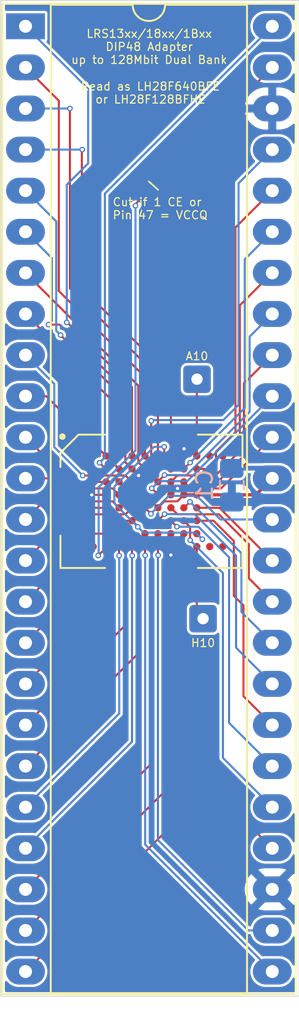
<source format=kicad_pcb>
(kicad_pcb (version 20240108) (generator "pcbnew") (generator_version "8.0")
  (layers (0 "F.Cu" signal) (31 "B.Cu" signal) (34 "B.Paste" user) (35 "F.Paste" user) (36 "B.SilkS" user "B.Silkscreen") (37 "F.SilkS" user "F.Silkscreen") (38 "B.Mask" user) (39 "F.Mask" user) (44 "Edge.Cuts" user))
  (net 0 "")
  (net 1 "/A14")
  (net 2 "/A18")
  (net 3 "/A6")
  (net 4 "Net-(J2-Pin_1)")
  (net 5 "/DQ11")
  (net 6 "/DQ1")
  (net 9 "VPP")
  (net 10 "/DQ4")
  (net 11 "/DQ13")
  (net 12 "/DQ12")
  (net 14 "VCC")
  (net 15 "GND")
  (net 16 "/A16")
  (net 17 "/DQ5")
  (net 18 "/A3")
  (net 19 "/A0")
  (net 20 "/DQ2")
  (net 21 "/DQ8")
  (net 22 "/A8")
  (net 23 "/A5")
  (net 24 "/DQ6")
  (net 25 "/A13")
  (net 26 "/A15")
  (net 27 "/DQ9")
  (net 28 "/DQ10")
  (net 29 "/A2")
  (net 30 "/A19")
  (net 31 "/A11")
  (net 32 "/A4")
  (net 33 "/A12")
  (net 34 "/A7")
  (net 35 "/A21")
  (net 36 "/A9")
  (net 37 "/DQ3")
  (net 38 "/DQ15")
  (net 39 "/DQ7")
  (net 40 "/A17")
  (net 41 "/A20")
  (net 42 "/A10")
  (net 43 "/DQ14")
  (net 44 "/A1")
  (net 45 "/DQ0")
  (net 47 "Net-(J3-Pin_1)")
  (net 48 "/RST")
  (net 49 "/WP")
  (net 50 "/WE")
  (net 51 "/OE")
  (net 52 "/CE1")
  (net 53 "/CE2")
  (footprint "Connector_Wire:SolderWire-0.127sqmm_1x01_D0.48mm_OD1mm" (layer "F.Cu") (at 132.175 104.2)
    (property "Reference" "J3" (hide yes))
    (property "Value" "H10" (at 0 1.5 0) (layer "F.SilkS") (effects (font (size 0.5 0.5) (thickness 0.075))))
    (pad "1" thru_hole roundrect (at 0 0) (size 1.7 1.7) (drill 0.7) (layers "*.Cu" "*.Mask") (roundrect_rratio 0.147059) (net 47 "Net-(J3-Pin_1)"))
  )
  (footprint "Package_DIP:DIP-48_W15.24mm_Socket_LongPads" (layer "F.Cu") (at 121.2088 67.5894)
    (property "Reference" "J1" (hide yes))
    (property "Value" "TSOP48")
    (fp_line (start -1.44 -1.39) (end -1.44 59.81) (stroke (width 0.12)) (layer "F.SilkS"))
    (fp_line (start -1.44 59.81) (end 16.68 59.81) (stroke (width 0.12)) (layer "F.SilkS"))
    (fp_line (start 1.56 -1.33) (end 1.56 59.75) (stroke (width 0.12)) (layer "F.SilkS"))
    (fp_line (start 1.56 59.75) (end 13.68 59.75) (stroke (width 0.12)) (layer "F.SilkS"))
    (fp_line (start 6.62 -1.33) (end 1.56 -1.33) (stroke (width 0.12)) (layer "F.SilkS"))
    (fp_line (start 13.68 -1.33) (end 8.62 -1.33) (stroke (width 0.12)) (layer "F.SilkS"))
    (fp_line (start 13.68 59.75) (end 13.68 -1.33) (stroke (width 0.12)) (layer "F.SilkS"))
    (fp_line (start 16.68 -1.39) (end -1.44 -1.39) (stroke (width 0.12)) (layer "F.SilkS"))
    (fp_line (start 16.68 59.81) (end 16.68 -1.39) (stroke (width 0.12)) (layer "F.SilkS"))
    (fp_arc (start 8.62 -1.33) (mid 7.62 -0.33) (end 6.62 -1.33) (stroke (width 0.12)) (layer "F.SilkS"))
    (pad "1" thru_hole rect (at 0 0) (size 2.4 1.6) (drill 0.8) (layers "*.Cu" "*.Mask") (net 26 "/A15"))
    (pad "2" thru_hole oval (at 0 2.54) (size 2.4 1.6) (drill 0.8) (layers "*.Cu" "*.Mask") (net 1 "/A14"))
    (pad "3" thru_hole oval (at 0 5.08) (size 2.4 1.6) (drill 0.8) (layers "*.Cu" "*.Mask") (net 25 "/A13"))
    (pad "4" thru_hole oval (at 0 7.62) (size 2.4 1.6) (drill 0.8) (layers "*.Cu" "*.Mask") (net 33 "/A12"))
    (pad "5" thru_hole oval (at 0 10.16) (size 2.4 1.6) (drill 0.8) (layers "*.Cu" "*.Mask") (net 31 "/A11"))
    (pad "6" thru_hole oval (at 0 12.7) (size 2.4 1.6) (drill 0.8) (layers "*.Cu" "*.Mask") (net 42 "/A10"))
    (pad "7" thru_hole oval (at 0 15.24) (size 2.4 1.6) (drill 0.8) (layers "*.Cu" "*.Mask") (net 36 "/A9"))
    (pad "8" thru_hole oval (at 0 17.78) (size 2.4 1.6) (drill 0.8) (layers "*.Cu" "*.Mask") (net 22 "/A8"))
    (pad "9" thru_hole oval (at 0 20.32) (size 2.4 1.6) (drill 0.8) (layers "*.Cu" "*.Mask") (net 35 "/A21"))
    (pad "10" thru_hole oval (at 0 22.86) (size 2.4 1.6) (drill 0.8) (layers "*.Cu" "*.Mask") (net 41 "/A20"))
    (pad "11" thru_hole oval (at 0 25.4) (size 2.4 1.6) (drill 0.8) (layers "*.Cu" "*.Mask") (net 50 "/WE"))
    (pad "12" thru_hole oval (at 0 27.94) (size 2.4 1.6) (drill 0.8) (layers "*.Cu" "*.Mask") (net 48 "/RST"))
    (pad "13" thru_hole oval (at 0 30.48) (size 2.4 1.6) (drill 0.8) (layers "*.Cu" "*.Mask") (net 9 "VPP"))
    (pad "14" thru_hole oval (at 0 33.02) (size 2.4 1.6) (drill 0.8) (layers "*.Cu" "*.Mask") (net 49 "/WP"))
    (pad "15" thru_hole oval (at 0 35.56) (size 2.4 1.6) (drill 0.8) (layers "*.Cu" "*.Mask") (net 30 "/A19"))
    (pad "16" thru_hole oval (at 0 38.1) (size 2.4 1.6) (drill 0.8) (layers "*.Cu" "*.Mask") (net 2 "/A18"))
    (pad "17" thru_hole oval (at 0 40.64) (size 2.4 1.6) (drill 0.8) (layers "*.Cu" "*.Mask") (net 40 "/A17"))
    (pad "18" thru_hole oval (at 0 43.18) (size 2.4 1.6) (drill 0.8) (layers "*.Cu" "*.Mask") (net 34 "/A7"))
    (pad "19" thru_hole oval (at 0 45.72) (size 2.4 1.6) (drill 0.8) (layers "*.Cu" "*.Mask") (net 3 "/A6"))
    (pad "20" thru_hole oval (at 0 48.26) (size 2.4 1.6) (drill 0.8) (layers "*.Cu" "*.Mask") (net 23 "/A5"))
    (pad "21" thru_hole oval (at 0 50.8) (size 2.4 1.6) (drill 0.8) (layers "*.Cu" "*.Mask") (net 32 "/A4"))
    (pad "22" thru_hole oval (at 0 53.34) (size 2.4 1.6) (drill 0.8) (layers "*.Cu" "*.Mask") (net 18 "/A3"))
    (pad "23" thru_hole oval (at 0 55.88) (size 2.4 1.6) (drill 0.8) (layers "*.Cu" "*.Mask") (net 29 "/A2"))
    (pad "24" thru_hole oval (at 0 58.42) (size 2.4 1.6) (drill 0.8) (layers "*.Cu" "*.Mask") (net 44 "/A1"))
    (pad "25" thru_hole oval (at 15.24 58.42) (size 2.4 1.6) (drill 0.8) (layers "*.Cu" "*.Mask") (net 19 "/A0"))
    (pad "26" thru_hole oval (at 15.24 55.88) (size 2.4 1.6) (drill 0.8) (layers "*.Cu" "*.Mask") (net 52 "/CE1"))
    (pad "27" thru_hole oval (at 15.24 53.34) (size 2.4 1.6) (drill 0.8) (layers "*.Cu" "*.Mask") (net 15 "GND"))
    (pad "28" thru_hole oval (at 15.24 50.8) (size 2.4 1.6) (drill 0.8) (layers "*.Cu" "*.Mask") (net 51 "/OE"))
    (pad "29" thru_hole oval (at 15.24 48.26) (size 2.4 1.6) (drill 0.8) (layers "*.Cu" "*.Mask") (net 45 "/DQ0"))
    (pad "30" thru_hole oval (at 15.24 45.72) (size 2.4 1.6) (drill 0.8) (layers "*.Cu" "*.Mask") (net 21 "/DQ8"))
    (pad "31" thru_hole oval (at 15.24 43.18) (size 2.4 1.6) (drill 0.8) (layers "*.Cu" "*.Mask") (net 6 "/DQ1"))
    (pad "32" thru_hole oval (at 15.24 40.64) (size 2.4 1.6) (drill 0.8) (layers "*.Cu" "*.Mask") (net 27 "/DQ9"))
    (pad "33" thru_hole oval (at 15.24 38.1) (size 2.4 1.6) (drill 0.8) (layers "*.Cu" "*.Mask") (net 20 "/DQ2"))
    (pad "34" thru_hole oval (at 15.24 35.56) (size 2.4 1.6) (drill 0.8) (layers "*.Cu" "*.Mask") (net 28 "/DQ10"))
    (pad "35" thru_hole oval (at 15.24 33.02) (size 2.4 1.6) (drill 0.8) (layers "*.Cu" "*.Mask") (net 37 "/DQ3"))
    (pad "36" thru_hole oval (at 15.24 30.48) (size 2.4 1.6) (drill 0.8) (layers "*.Cu" "*.Mask") (net 5 "/DQ11"))
    (pad "37" thru_hole oval (at 15.24 27.94) (size 2.4 1.6) (drill 0.8) (layers "*.Cu" "*.Mask") (net 14 "VCC"))
    (pad "38" thru_hole oval (at 15.24 25.4) (size 2.4 1.6) (drill 0.8) (layers "*.Cu" "*.Mask") (net 10 "/DQ4"))
    (pad "39" thru_hole oval (at 15.24 22.86) (size 2.4 1.6) (drill 0.8) (layers "*.Cu" "*.Mask") (net 12 "/DQ12"))
    (pad "40" thru_hole oval (at 15.24 20.32) (size 2.4 1.6) (drill 0.8) (layers "*.Cu" "*.Mask") (net 17 "/DQ5"))
    (pad "41" thru_hole oval (at 15.24 17.78) (size 2.4 1.6) (drill 0.8) (layers "*.Cu" "*.Mask") (net 11 "/DQ13"))
    (pad "42" thru_hole oval (at 15.24 15.24) (size 2.4 1.6) (drill 0.8) (layers "*.Cu" "*.Mask") (net 24 "/DQ6"))
    (pad "43" thru_hole oval (at 15.24 12.7) (size 2.4 1.6) (drill 0.8) (layers "*.Cu" "*.Mask") (net 43 "/DQ14"))
    (pad "44" thru_hole oval (at 15.24 10.16) (size 2.4 1.6) (drill 0.8) (layers "*.Cu" "*.Mask") (net 39 "/DQ7"))
    (pad "45" thru_hole oval (at 15.24 7.62) (size 2.4 1.6) (drill 0.8) (layers "*.Cu" "*.Mask") (net 38 "/DQ15"))
    (pad "46" thru_hole oval (at 15.24 5.08) (size 2.4 1.6) (drill 0.8) (layers "*.Cu" "*.Mask") (net 15 "GND"))
    (pad "47" thru_hole oval (at 15.24 2.54) (size 2.4 1.6) (drill 0.8) (layers "*.Cu" "*.Mask") (net 53 "/CE2"))
    (pad "48" thru_hole oval (at 15.24 0) (size 2.4 1.6) (drill 0.8) (layers "*.Cu" "*.Mask") (net 16 "/A16"))
  )
  (footprint "Connector_Wire:SolderWire-0.127sqmm_1x01_D0.48mm_OD1mm" (layer "F.Cu") (at 131.8 89.4)
    (property "Reference" "J2" (hide yes))
    (property "Value" "A10" (at 0 -1.425 0) (layer "F.SilkS") (effects (font (size 0.5 0.5) (thickness 0.075))))
    (pad "1" thru_hole roundrect (at 0 0) (size 1.7 1.7) (drill 0.7) (layers "*.Cu" "*.Mask") (roundrect_rratio 0.147059) (net 4 "Net-(J2-Pin_1)"))
  )
  (footprint "RMW_SMT:LCSP072" (layer "F.Cu") (at 128.987 96.9458)
    (property "Reference" "U1" (hide yes))
    (property "Value" "LRS13xx, LRS18xx, LRS1Bxx" (hide yes))
    (fp_line (start -5.62 -3) (end -5.62 -2.12) (stroke (width 0.12)) (layer "F.SilkS"))
    (fp_line (start -5.62 4.12) (end -5.62 2.12) (stroke (width 0.12)) (layer "F.SilkS"))
    (fp_line (start -4.5 -4.12) (end -5.62 -3) (stroke (width 0.12)) (layer "F.SilkS"))
    (fp_line (start -2.87 -4.12) (end -4.5 -4.12) (stroke (width 0.12)) (layer "F.SilkS"))
    (fp_line (start -2.87 4.12) (end -5.62 4.12) (stroke (width 0.12)) (layer "F.SilkS"))
    (fp_line (start 2.87 -4.12) (end 5.62 -4.12) (stroke (width 0.12)) (layer "F.SilkS"))
    (fp_line (start 2.87 4.12) (end 5.62 4.12) (stroke (width 0.12)) (layer "F.SilkS"))
    (fp_line (start 5.62 -4.12) (end 5.62 -2.12) (stroke (width 0.12)) (layer "F.SilkS"))
    (fp_line (start 5.62 4.12) (end 5.62 2.12) (stroke (width 0.12)) (layer "F.SilkS"))
    (fp_circle (center -5.5 -4) (end -5.5 -3.9) (stroke (width 0.2)) (fill none) (layer "F.SilkS"))
    (pad "A1" smd circle (at -4.4 -2.8) (size 0.45 0.45) (layers "F.Cu" "F.Paste" "F.Mask"))
    (pad "A2" smd circle (at -3.6 -2.8) (size 0.45 0.45) (layers "F.Cu" "F.Paste" "F.Mask"))
    (pad "A3" smd circle (at -2.8 -2.8) (size 0.45 0.45) (layers "F.Cu" "F.Paste" "F.Mask") (net 41 "/A20"))
    (pad "A4" smd circle (at -2 -2.8) (size 0.45 0.45) (layers "F.Cu" "F.Paste" "F.Mask") (net 31 "/A11"))
    (pad "A5" smd circle (at -1.2 -2.8) (size 0.45 0.45) (layers "F.Cu" "F.Paste" "F.Mask") (net 26 "/A15"))
    (pad "A6" smd circle (at -0.4 -2.8) (size 0.45 0.45) (layers "F.Cu" "F.Paste" "F.Mask") (net 1 "/A14"))
    (pad "A7" smd circle (at 0.4 -2.8) (size 0.45 0.45) (layers "F.Cu" "F.Paste" "F.Mask") (net 25 "/A13"))
    (pad "A8" smd circle (at 1.2 -2.8) (size 0.45 0.45) (layers "F.Cu" "F.Paste" "F.Mask") (net 33 "/A12"))
    (pad "A9" smd circle (at 2 -2.8) (size 0.45 0.45) (layers "F.Cu" "F.Paste" "F.Mask") (net 15 "GND"))
    (pad "A10" smd circle (at 2.8 -2.8) (size 0.45 0.45) (layers "F.Cu" "F.Paste" "F.Mask") (net 4 "Net-(J2-Pin_1)"))
    (pad "A11" smd circle (at 3.6 -2.8) (size 0.45 0.45) (layers "F.Cu" "F.Paste" "F.Mask"))
    (pad "A12" smd circle (at 4.4 -2.8) (size 0.45 0.45) (layers "F.Cu" "F.Paste" "F.Mask"))
    (pad "B3" smd circle (at -2.8 -2) (size 0.45 0.45) (layers "F.Cu" "F.Paste" "F.Mask") (net 16 "/A16"))
    (pad "B4" smd circle (at -2 -2) (size 0.45 0.45) (layers "F.Cu" "F.Paste" "F.Mask") (net 22 "/A8"))
    (pad "B5" smd circle (at -1.2 -2) (size 0.45 0.45) (layers "F.Cu" "F.Paste" "F.Mask") (net 42 "/A10"))
    (pad "B6" smd circle (at -0.4 -2) (size 0.45 0.45) (layers "F.Cu" "F.Paste" "F.Mask") (net 36 "/A9"))
    (pad "B7" smd circle (at 0.4 -2) (size 0.45 0.45) (layers "F.Cu" "F.Paste" "F.Mask") (net 38 "/DQ15"))
    (pad "B8" smd circle (at 1.2 -2) (size 0.45 0.45) (layers "F.Cu" "F.Paste" "F.Mask") (net 14 "VCC"))
    (pad "B9" smd circle (at 2 -2) (size 0.45 0.45) (layers "F.Cu" "F.Paste" "F.Mask") (net 43 "/DQ14"))
    (pad "B10" smd circle (at 2.8 -2) (size 0.45 0.45) (layers "F.Cu" "F.Paste" "F.Mask") (net 39 "/DQ7"))
    (pad "C3" smd circle (at -2.8 -1.2) (size 0.45 0.45) (layers "F.Cu" "F.Paste" "F.Mask") (net 50 "/WE"))
    (pad "C4" smd circle (at -2 -1.2) (size 0.45 0.45) (layers "F.Cu" "F.Paste" "F.Mask"))
    (pad "C5" smd circle (at -1.2 -1.2) (size 0.45 0.45) (layers "F.Cu" "F.Paste" "F.Mask") (net 35 "/A21"))
    (pad "C6" smd circle (at -0.4 -1.2) (size 0.45 0.45) (layers "F.Cu" "F.Paste" "F.Mask") (net 15 "GND"))
    (pad "C7" smd circle (at 0.4 -1.2) (size 0.45 0.45) (layers "F.Cu" "F.Paste" "F.Mask") (net 11 "/DQ13"))
    (pad "C8" smd circle (at 1.2 -1.2) (size 0.45 0.45) (layers "F.Cu" "F.Paste" "F.Mask") (net 24 "/DQ6"))
    (pad "C9" smd circle (at 2 -1.2) (size 0.45 0.45) (layers "F.Cu" "F.Paste" "F.Mask") (net 10 "/DQ4"))
    (pad "C10" smd circle (at 2.8 -1.2) (size 0.45 0.45) (layers "F.Cu" "F.Paste" "F.Mask") (net 17 "/DQ5"))
    (pad "D3" smd circle (at -2.8 -0.4) (size 0.45 0.45) (layers "F.Cu" "F.Paste" "F.Mask") (net 15 "GND"))
    (pad "D4" smd circle (at -2 -0.4) (size 0.45 0.45) (layers "F.Cu" "F.Paste" "F.Mask") (net 48 "/RST"))
    (pad "D5" smd circle (at -1.2 -0.4) (size 0.45 0.45) (layers "F.Cu" "F.Paste" "F.Mask"))
    (pad "D6" smd circle (at -0.4 -0.4) (size 0.45 0.45) (layers "F.Cu" "F.Paste" "F.Mask"))
    (pad "D7" smd circle (at 0.4 -0.4) (size 0.45 0.45) (layers "F.Cu" "F.Paste" "F.Mask") (net 12 "/DQ12"))
    (pad "D8" smd circle (at 1.2 -0.4) (size 0.45 0.45) (layers "F.Cu" "F.Paste" "F.Mask") (net 15 "GND"))
    (pad "D9" smd circle (at 2 -0.4) (size 0.45 0.45) (layers "F.Cu" "F.Paste" "F.Mask") (net 14 "VCC"))
    (pad "D10" smd circle (at 2.8 -0.4) (size 0.45 0.45) (layers "F.Cu" "F.Paste" "F.Mask") (net 14 "VCC"))
    (pad "E3" smd circle (at -2.8 0.4) (size 0.45 0.45) (layers "F.Cu" "F.Paste" "F.Mask") (net 49 "/WP"))
    (pad "E4" smd circle (at -2 0.4) (size 0.45 0.45) (layers "F.Cu" "F.Paste" "F.Mask") (net 9 "VPP"))
    (pad "E5" smd circle (at -1.2 0.4) (size 0.45 0.45) (layers "F.Cu" "F.Paste" "F.Mask") (net 30 "/A19"))
    (pad "E6" smd circle (at -0.4 0.4) (size 0.45 0.45) (layers "F.Cu" "F.Paste" "F.Mask") (net 5 "/DQ11"))
    (pad "E7" smd circle (at 0.4 0.4) (size 0.45 0.45) (layers "F.Cu" "F.Paste" "F.Mask") (net 14 "VCC"))
    (pad "E8" smd circle (at 1.2 0.4) (size 0.45 0.45) (layers "F.Cu" "F.Paste" "F.Mask") (net 28 "/DQ10"))
    (pad "E9" smd circle (at 2 0.4) (size 0.45 0.45) (layers "F.Cu" "F.Paste" "F.Mask") (net 20 "/DQ2"))
    (pad "E10" smd circle (at 2.8 0.4) (size 0.45 0.45) (layers "F.Cu" "F.Paste" "F.Mask") (net 37 "/DQ3"))
    (pad "F3" smd circle (at -2.8 1.2) (size 0.45 0.45) (layers "F.Cu" "F.Paste" "F.Mask") (net 14 "VCC"))
    (pad "F4" smd circle (at -2 1.2) (size 0.45 0.45) (layers "F.Cu" "F.Paste" "F.Mask") (net 14 "VCC"))
    (pad "F5" smd circle (at -1.2 1.2) (size 0.45 0.45) (layers "F.Cu" "F.Paste" "F.Mask") (net 14 "VCC"))
    (pad "F6" smd circle (at -0.4 1.2) (size 0.45 0.45) (layers "F.Cu" "F.Paste" "F.Mask"))
    (pad "F7" smd circle (at 0.4 1.2) (size 0.45 0.45) (layers "F.Cu" "F.Paste" "F.Mask") (net 27 "/DQ9"))
    (pad "F8" smd circle (at 1.2 1.2) (size 0.45 0.45) (layers "F.Cu" "F.Paste" "F.Mask") (net 21 "/DQ8"))
    (pad "F9" smd circle (at 2 1.2) (size 0.45 0.45) (layers "F.Cu" "F.Paste" "F.Mask") (net 45 "/DQ0"))
    (pad "F10" smd circle (at 2.8 1.2) (size 0.45 0.45) (layers "F.Cu" "F.Paste" "F.Mask") (net 6 "/DQ1"))
    (pad "G3" smd circle (at -2.8 2) (size 0.45 0.45) (layers "F.Cu" "F.Paste" "F.Mask") (net 2 "/A18"))
    (pad "G4" smd circle (at -2 2) (size 0.45 0.45) (layers "F.Cu" "F.Paste" "F.Mask") (net 40 "/A17"))
    (pad "G5" smd circle (at -1.2 2) (size 0.45 0.45) (layers "F.Cu" "F.Paste" "F.Mask") (net 34 "/A7"))
    (pad "G6" smd circle (at -0.4 2) (size 0.45 0.45) (layers "F.Cu" "F.Paste" "F.Mask") (net 3 "/A6"))
    (pad "G7" smd circle (at 0.4 2) (size 0.45 0.45) (layers "F.Cu" "F.Paste" "F.Mask") (net 18 "/A3"))
    (pad "G8" smd circle (at 1.2 2) (size 0.45 0.45) (layers "F.Cu" "F.Paste" "F.Mask") (net 29 "/A2"))
    (pad "G9" smd circle (at 2 2) (size 0.45 0.45) (layers "F.Cu" "F.Paste" "F.Mask") (net 44 "/A1"))
    (pad "G10" smd circle (at 2.8 2) (size 0.45 0.45) (layers "F.Cu" "F.Paste" "F.Mask") (net 14 "VCC"))
    (pad "H1" smd circle (at -4.4 2.8) (size 0.45 0.45) (layers "F.Cu" "F.Paste" "F.Mask"))
    (pad "H2" smd circle (at -3.6 2.8) (size 0.45 0.45) (layers "F.Cu" "F.Paste" "F.Mask"))
    (pad "H3" smd circle (at -2.8 2.8) (size 0.45 0.45) (layers "F.Cu" "F.Paste" "F.Mask") (net 53 "/CE2"))
    (pad "H4" smd circle (at -2 2.8) (size 0.45 0.45) (layers "F.Cu" "F.Paste" "F.Mask") (net 23 "/A5"))
    (pad "H5" smd circle (at -1.2 2.8) (size 0.45 0.45) (layers "F.Cu" "F.Paste" "F.Mask") (net 32 "/A4"))
    (pad "H6" smd circle (at -0.4 2.8) (size 0.45 0.45) (layers "F.Cu" "F.Paste" "F.Mask") (net 19 "/A0"))
    (pad "H7" smd circle (at 0.4 2.8) (size 0.45 0.45) (layers "F.Cu" "F.Paste" "F.Mask") (net 52 "/CE1"))
    (pad "H8" smd circle (at 1.2 2.8) (size 0.45 0.45) (layers "F.Cu" "F.Paste" "F.Mask") (net 15 "GND"))
    (pad "H9" smd circle (at 2 2.8) (size 0.45 0.45) (layers "F.Cu" "F.Paste" "F.Mask") (net 51 "/OE"))
    (pad "H10" smd circle (at 2.8 2.8) (size 0.45 0.45) (layers "F.Cu" "F.Paste" "F.Mask") (net 47 "Net-(J3-Pin_1)"))
    (pad "H11" smd circle (at 3.6 2.8) (size 0.45 0.45) (layers "F.Cu" "F.Paste" "F.Mask"))
    (pad "H12" smd circle (at 4.4 2.8) (size 0.45 0.45) (layers "F.Cu" "F.Paste" "F.Mask"))
  )
  (footprint "Capacitor_SMD:C_0805_2012Metric_Pad1.18x1.45mm_HandSolder" (layer "B.Cu") (at 133.95 95.95 -90)
    (property "Reference" "C1" (at 0 1.679999 90) (layer "B.SilkS") (effects (justify mirror)))
    (property "Value" ".1")
    (fp_line (start 0.261253 0.735) (end -0.261253 0.735) (stroke (width 0.12)) (layer "B.SilkS"))
    (fp_line (start 0.261253 -0.735) (end -0.261253 -0.735) (stroke (width 0.12)) (layer "B.SilkS"))
    (pad "1" smd roundrect (at -1.0375 0 270) (size 1.175 1.45) (layers "B.Cu" "B.Paste" "B.Mask") (roundrect_rratio 0.212766) (net 14 "VCC"))
    (pad "2" smd roundrect (at 1.0375 0 270) (size 1.175 1.45) (layers "B.Cu" "B.Paste" "B.Mask") (roundrect_rratio 0.212766) (net 15 "GND"))
  )
  (gr_line (start 128.825 77.175) (end 129.4 77.7) (stroke (width 0.1)) (layer "F.SilkS"))
  (gr_rect (start 119.6848 65.9892) (end 138.0998 127.5334) (stroke (width 0.05)) (fill none) (layer "Edge.Cuts"))
  (gr_text "Read as LH28F640BFE\nor LH28F128BFHE" (at 128.925 72.4 0) (layer "F.SilkS") (effects (font (size 0.5 0.5) (thickness 0.075)) (justify bottom)))
  (gr_text "LRS13xx/18xx/1Bxx\nDIP48 Adapter\nup to 128Mbit Dual Bank" (at 128.85 69.95 0) (layer "F.SilkS") (effects (font (size 0.5 0.5) (thickness 0.075)) (justify bottom)))
  (gr_text "Cut if 1 CE or \nPin 47 = VCCQ" (at 126.55 79.55 0) (layer "F.SilkS") (effects (font (size 0.5 0.5) (thickness 0.075)) (justify left bottom)))
  (segment (start 128.587 94.1458) (end 128.587 89.2678) (width 0.127) (layer "F.Cu") (net 1))
  (segment (start 128.587 89.2678) (end 123.2662 83.947) (width 0.127) (layer "F.Cu") (net 1))
  (segment (start 123.2662 72.1868) (end 121.2088 70.1294) (width 0.127) (layer "F.Cu") (net 1))
  (segment (start 123.2662 83.947) (end 123.2662 72.1868) (width 0.127) (layer "F.Cu") (net 1))
  (segment (start 123.0884 100.5586) (end 124.7012 98.9458) (width 0.127) (layer "F.Cu") (net 2))
  (segment (start 124.7012 98.9458) (end 126.187 98.9458) (width 0.127) (layer "F.Cu") (net 2))
  (segment (start 121.2088 105.6894) (end 123.0884 103.8098) (width 0.127) (layer "F.Cu") (net 2))
  (segment (start 123.0884 103.8098) (end 123.0884 100.5586) (width 0.127) (layer "F.Cu") (net 2))
  (segment (start 128.175 106.3432) (end 128.175 99.3578) (width 0.127) (layer "F.Cu") (net 3))
  (segment (start 128.175 99.3578) (end 128.587 98.9458) (width 0.127) (layer "F.Cu") (net 3))
  (segment (start 121.2088 113.3094) (end 128.175 106.3432) (width 0.127) (layer "F.Cu") (net 3))
  (segment (start 131.787 89.4216) (end 131.8006 89.408) (width 0.127) (layer "F.Cu") (net 4))
  (segment (start 131.787 94.1458) (end 131.787 89.4216) (width 0.127) (layer "F.Cu") (net 4))
  (segment (start 128.587 97.3458) (end 128.5878 97.3458) (width 0.127) (layer "F.Cu") (net 5))
  (segment (start 128.5878 97.3458) (end 128.9558 97.7138) (width 0.127) (layer "F.Cu") (net 5))
  (via (at 128.9558 97.7138) (size 0.35) (drill 0.2) (layers "F.Cu" "B.Cu") (net 5))
  (segment (start 130.0596 96.61) (end 131.789 96.61) (width 0.127) (layer "B.Cu") (net 5))
  (segment (start 131.789 96.61) (end 133.2484 98.0694) (width 0.127) (layer "B.Cu") (net 5))
  (segment (start 133.2484 98.0694) (end 136.4488 98.0694) (width 0.127) (layer "B.Cu") (net 5))
  (segment (start 128.9558 97.7138) (end 130.0596 96.61) (width 0.127) (layer "B.Cu") (net 5))
  (segment (start 134.6708 103.378) (end 134.6708 108.9914) (width 0.127) (layer "F.Cu") (net 6))
  (segment (start 131.787 98.1458) (end 132.8208 98.1458) (width 0.127) (layer "F.Cu") (net 6))
  (segment (start 132.8208 98.1458) (end 134.075 99.4) (width 0.127) (layer "F.Cu") (net 6))
  (segment (start 134.075 99.4) (end 134.075 102.7822) (width 0.127) (layer "F.Cu") (net 6))
  (segment (start 134.6708 108.9914) (end 136.4488 110.7694) (width 0.127) (layer "F.Cu") (net 6))
  (segment (start 134.075 102.7822) (end 134.6708 103.378) (width 0.127) (layer "F.Cu") (net 6))
  (segment (start 122.3282 96.95) (end 126.5912 96.95) (width 0.127) (layer "F.Cu") (net 9))
  (segment (start 121.2088 98.0694) (end 122.3282 96.95) (width 0.127) (layer "F.Cu") (net 9))
  (segment (start 126.5912 96.95) (end 126.987 97.3458) (width 0.127) (layer "F.Cu") (net 9))
  (segment (start 133.2882 96.15) (end 131.3912 96.15) (width 0.127) (layer "F.Cu") (net 10))
  (segment (start 131.3912 96.15) (end 130.987 95.7458) (width 0.127) (layer "F.Cu") (net 10))
  (segment (start 136.4488 92.9894) (end 133.2882 96.15) (width 0.127) (layer "F.Cu") (net 10))
  (segment (start 129.387 95.7458) (end 129.387 95.7332) (width 0.127) (layer "F.Cu") (net 11))
  (segment (start 129.387 95.7332) (end 129.794 95.3262) (width 0.127) (layer "F.Cu") (net 11))
  (via (at 129.794 95.3262) (size 0.35) (drill 0.2) (layers "F.Cu" "B.Cu") (net 11))
  (segment (start 131.1488 95.3262) (end 135.05 91.425) (width 0.127) (layer "B.Cu") (net 11))
  (segment (start 135.05 91.425) (end 135.05 86.7682) (width 0.127) (layer "B.Cu") (net 11))
  (segment (start 135.05 86.7682) (end 136.4488 85.3694) (width 0.127) (layer "B.Cu") (net 11))
  (segment (start 129.794 95.3262) (end 131.1488 95.3262) (width 0.127) (layer "B.Cu") (net 11))
  (segment (start 129.387 96.5238) (end 129.387 96.5458) (width 0.127) (layer "F.Cu") (net 12))
  (segment (start 129.387 96.5458) (end 129.3872 96.5458) (width 0.127) (layer "F.Cu") (net 12))
  (segment (start 129.0066 96.1434) (end 129.387 96.5238) (width 0.127) (layer "F.Cu") (net 12))
  (via (at 129.0066 96.1434) (size 0.35) (drill 0.2) (layers "F.Cu" "B.Cu") (net 12))
  (segment (start 129.0066 96.1434) (end 129.45 95.7) (width 0.127) (layer "B.Cu") (net 12))
  (segment (start 129.45 95.7) (end 131.1982 95.7) (width 0.127) (layer "B.Cu") (net 12))
  (segment (start 131.1982 95.7) (end 136.4488 90.4494) (width 0.127) (layer "B.Cu") (net 12))
  (segment (start 135.4324 96.5458) (end 131.787 96.5458) (width 0.2) (layer "F.Cu") (net 14))
  (segment (start 130.987 96.5458) (end 130.5828 96.95) (width 0.127) (layer "F.Cu") (net 14))
  (segment (start 131.787 96.5458) (end 130.987 96.5458) (width 0.2) (layer "F.Cu") (net 14))
  (segment (start 131.788 98.9458) (end 132.1308 99.2886) (width 0.127) (layer "F.Cu") (net 14))
  (segment (start 127.787 98.1458) (end 128.175 97.7578) (width 0.127) (layer "F.Cu") (net 14))
  (segment (start 129.775 93.575) (end 129.775 94.5338) (width 0.127) (layer "F.Cu") (net 14))
  (segment (start 128.175 97.7578) (end 128.175 97.177469) (width 0.127) (layer "F.Cu") (net 14))
  (segment (start 128.9912 96.95) (end 129.387 97.3458) (width 0.127) (layer "F.Cu") (net 14))
  (segment (start 128.143 98.5018) (end 127.787 98.1458) (width 0.127) (layer "F.Cu") (net 14))
  (segment (start 131.787 98.9458) (end 131.788 98.9458) (width 0.127) (layer "F.Cu") (net 14))
  (segment (start 136.4488 95.5294) (end 135.4324 96.5458) (width 0.2) (layer "F.Cu") (net 14))
  (segment (start 132.1308 99.2886) (end 132.1308 99.402) (width 0.127) (layer "F.Cu") (net 14))
  (segment (start 128.175 97.177469) (end 128.402469 96.95) (width 0.127) (layer "F.Cu") (net 14))
  (segment (start 129.7828 96.95) (end 129.387 97.3458) (width 0.127) (layer "F.Cu") (net 14))
  (segment (start 126.187 98.1458) (end 127.787 98.1458) (width 0.127) (layer "F.Cu") (net 14))
  (segment (start 130.5828 96.95) (end 129.7828 96.95) (width 0.127) (layer "F.Cu") (net 14))
  (segment (start 128.402469 96.95) (end 128.9912 96.95) (width 0.127) (layer "F.Cu") (net 14))
  (segment (start 129.775 94.5338) (end 130.187 94.9458) (width 0.127) (layer "F.Cu") (net 14))
  (segment (start 128.143 98.5266) (end 128.143 98.5018) (width 0.127) (layer "F.Cu") (net 14))
  (via (at 129.775 93.575) (size 0.35) (drill 0.2) (layers "F.Cu" "B.Cu") (net 14))
  (via (at 128.143 98.5266) (size 0.35) (drill 0.2) (layers "F.Cu" "B.Cu") (net 14))
  (via (at 132.1308 99.2886) (size 0.35) (drill 0.2) (layers "F.Cu" "B.Cu") (net 14))
  (segment (start 129.775 93.575) (end 129.15 93.575) (width 0.127) (layer "B.Cu") (net 14))
  (segment (start 130.3274 98.8822) (end 128.4986 98.8822) (width 0.127) (layer "B.Cu") (net 14))
  (segment (start 128.4986 98.8822) (end 128.143 98.5266) (width 0.127) (layer "B.Cu") (net 14))
  (segment (start 132.1308 99.2886) (end 131.7244 98.8822) (width 0.127) (layer "B.Cu") (net 14))
  (segment (start 133.9342 94.8983) (end 135.8177 94.8983) (width 0.3) (layer "B.Cu") (net 14))
  (segment (start 126.7 96.025) (end 126.7 97.0836) (width 0.127) (layer "B.Cu") (net 14))
  (segment (start 129.15 93.575) (end 126.7 96.025) (width 0.127) (layer "B.Cu") (net 14))
  (segment (start 135.8177 94.8983) (end 136.4488 95.5294) (width 0.2) (layer "B.Cu") (net 14))
  (segment (start 126.7 97.0836) (end 128.143 98.5266) (width 0.127) (layer "B.Cu") (net 14))
  (segment (start 131.7244 98.8822) (end 130.3274 98.8822) (width 0.127) (layer "B.Cu") (net 14))
  (segment (start 130.987 93.713) (end 130.987 94.1458) (width 0.127) (layer "F.Cu") (net 15))
  (segment (start 130.6 96.15) (end 130.2042 96.5458) (width 0.127) (layer "F.Cu") (net 15))
  (segment (start 125.3 96.55) (end 125.3042 96.5458) (width 0.127) (layer "F.Cu") (net 15))
  (segment (start 131 93.7) (end 130.987 93.713) (width 0.127) (layer "F.Cu") (net 15))
  (segment (start 130.187 96.5458) (end 130.187 96.5334) (width 0.127) (layer "F.Cu") (net 15))
  (segment (start 128.587 95.7448) (end 128.1938 95.3516) (width 0.127) (layer "F.Cu") (net 15))
  (segment (start 128.587 95.7458) (end 128.587 95.7448) (width 0.127) (layer "F.Cu") (net 15))
  (segment (start 125.3042 96.5458) (end 126.187 96.5458) (width 0.127) (layer "F.Cu") (net 15))
  (segment (start 130.2042 96.5458) (end 130.187 96.5458) (width 0.127) (layer "F.Cu") (net 15))
  (segment (start 130.187 100.2658) (end 130.187 99.7458) (width 0.127) (layer "F.Cu") (net 15))
  (via (at 125.3 96.55) (size 0.35) (drill 0.2) (layers "F.Cu" "B.Cu") (net 15))
  (via (at 130.6 96.15) (size 0.35) (drill 0.2) (layers "F.Cu" "B.Cu") (net 15))
  (via (at 131 93.7) (size 0.35) (drill 0.2) (layers "F.Cu" "B.Cu") (net 15))
  (via (at 128.1938 95.3516) (size 0.35) (drill 0.2) (layers "F.Cu" "B.Cu") (net 15))
  (via (at 130.187 100.2658) (size 0.35) (drill 0.2) (layers "F.Cu" "B.Cu") (net 15))
  (segment (start 126.187 94.9458) (end 126.1624 94.9458) (width 0.127) (layer "F.Cu") (net 16))
  (segment (start 126.1624 94.9458) (end 125.7808 94.5642) (width 0.127) (layer "F.Cu") (net 16))
  (via (at 125.7808 94.5642) (size 0.35) (drill 0.2) (layers "F.Cu" "B.Cu") (net 16))
  (segment (start 126.111 77.9272) (end 136.4488 67.5894) (width 0.127) (layer "B.Cu") (net 16))
  (segment (start 125.7808 94.5642) (end 126.111 94.234) (width 0.127) (layer "B.Cu") (net 16))
  (segment (start 126.111 94.234) (end 126.111 77.9272) (width 0.127) (layer "B.Cu") (net 16))
  (segment (start 134.7 89.6582) (end 136.4488 87.9094) (width 0.127) (layer "F.Cu") (net 17))
  (segment (start 134.7 94.125) (end 134.7 89.6582) (width 0.127) (layer "F.Cu") (net 17))
  (segment (start 131.787 95.7458) (end 133.0792 95.7458) (width 0.127) (layer "F.Cu") (net 17))
  (segment (start 133.0792 95.7458) (end 134.7 94.125) (width 0.127) (layer "F.Cu") (net 17))
  (segment (start 129.387 98.9458) (end 128.975 99.3578) (width 0.127) (layer "F.Cu") (net 18))
  (segment (start 128.975 99.3578) (end 128.975 113.1632) (width 0.127) (layer "F.Cu") (net 18))
  (segment (start 128.975 113.1632) (end 121.2088 120.9294) (width 0.127) (layer "F.Cu") (net 18))
  (segment (start 128.587 100.2762) (end 128.587 99.7458) (width 0.127) (layer "F.Cu") (net 19))
  (segment (start 128.6002 100.2894) (end 128.587 100.2762) (width 0.127) (layer "F.Cu") (net 19))
  (via (at 128.6002 100.2894) (size 0.35) (drill 0.2) (layers "F.Cu" "B.Cu") (net 19))
  (segment (start 128.6002 100.2894) (end 128.6002 118.1608) (width 0.127) (layer "B.Cu") (net 19))
  (segment (start 128.6002 118.1608) (end 136.4488 126.0094) (width 0.127) (layer "B.Cu") (net 19))
  (segment (start 131.0002 97.3458) (end 131.3688 96.9772) (width 0.127) (layer "F.Cu") (net 20))
  (segment (start 130.987 97.3458) (end 131.0002 97.3458) (width 0.127) (layer "F.Cu") (net 20))
  (via (at 131.3688 96.9772) (size 0.35) (drill 0.2) (layers "F.Cu" "B.Cu") (net 20))
  (segment (start 134.5438 100.1522) (end 134.5438 103.7844) (width 0.127) (layer "B.Cu") (net 20))
  (segment (start 134.5438 103.7844) (end 136.4488 105.6894) (width 0.127) (layer "B.Cu") (net 20))
  (segment (start 131.3688 96.9772) (end 134.5438 100.1522) (width 0.127) (layer "B.Cu") (net 20))
  (segment (start 130.5579 98.5167) (end 130.187 98.1458) (width 0.127) (layer "F.Cu") (net 21))
  (segment (start 130.559457 98.5167) (end 130.5579 98.5167) (width 0.127) (layer "F.Cu") (net 21))
  (via (at 130.559457 98.5167) (size 0.35) (drill 0.2) (layers "F.Cu" "B.Cu") (net 21))
  (segment (start 131.8923 98.5167) (end 133.7818 100.4062) (width 0.127) (layer "B.Cu") (net 21))
  (segment (start 133.7818 110.6424) (end 136.4488 113.3094) (width 0.127) (layer "B.Cu") (net 21))
  (segment (start 130.559457 98.5167) (end 131.8923 98.5167) (width 0.127) (layer "B.Cu") (net 21))
  (segment (start 133.7818 100.4062) (end 133.7818 110.6424) (width 0.127) (layer "B.Cu") (net 21))
  (segment (start 126.987 94.9458) (end 126.575 94.5338) (width 0.127) (layer "F.Cu") (net 22))
  (segment (start 126.575 94.5338) (end 126.575 90.7356) (width 0.127) (layer "F.Cu") (net 22))
  (segment (start 126.575 90.7356) (end 121.2088 85.3694) (width 0.127) (layer "F.Cu") (net 22))
  (segment (start 126.99 100.3046) (end 126.987 100.3016) (width 0.127) (layer "F.Cu") (net 23))
  (segment (start 126.987 100.3016) (end 126.987 99.7458) (width 0.127) (layer "F.Cu") (net 23))
  (via (at 126.99 100.3046) (size 0.35) (drill 0.2) (layers "F.Cu" "B.Cu") (net 23))
  (segment (start 126.99 100.3046) (end 127 100.3146) (width 0.127) (layer "B.Cu") (net 23))
  (segment (start 127 100.3146) (end 127 110.0582) (width 0.127) (layer "B.Cu") (net 23))
  (segment (start 127 110.0582) (end 121.2088 115.8494) (width 0.127) (layer "B.Cu") (net 23))
  (segment (start 134.4424 93.850358) (end 134.4424 84.8358) (width 0.127) (layer "F.Cu") (net 24))
  (segment (start 132.942758 95.35) (end 134.4424 93.850358) (width 0.127) (layer "F.Cu") (net 24))
  (segment (start 130.5828 95.35) (end 132.942758 95.35) (width 0.127) (layer "F.Cu") (net 24))
  (segment (start 134.4424 84.8358) (end 136.4488 82.8294) (width 0.127) (layer "F.Cu") (net 24))
  (segment (start 130.187 95.7458) (end 130.5828 95.35) (width 0.127) (layer "F.Cu") (net 24))
  (segment (start 129.387 89.2296) (end 123.952 83.7946) (width 0.127) (layer "F.Cu") (net 25))
  (segment (start 129.387 94.1458) (end 129.387 89.2296) (width 0.127) (layer "F.Cu") (net 25))
  (segment (start 123.952 83.7946) (end 123.952 72.6694) (width 0.127) (layer "F.Cu") (net 25))
  (via (at 123.952 72.6694) (size 0.35) (drill 0.2) (layers "F.Cu" "B.Cu") (net 25))
  (segment (start 123.952 72.6694) (end 121.2088 72.6694) (width 0.127) (layer "B.Cu") (net 25))
  (segment (start 127.787 89.8902) (end 127.787 94.1458) (width 0.127) (layer "F.Cu") (net 26))
  (segment (start 123.790548 85.893748) (end 127.787 89.8902) (width 0.127) (layer "F.Cu") (net 26))
  (segment (start 123.756252 85.893748) (end 123.790548 85.893748) (width 0.127) (layer "F.Cu") (net 26))
  (via (at 123.756252 85.893748) (size 0.35) (drill 0.2) (layers "F.Cu" "B.Cu") (net 26))
  (segment (start 123.756252 85.893748) (end 123.756252 77.383748) (width 0.127) (layer "B.Cu") (net 26))
  (segment (start 125.0795 71.4601) (end 121.2088 67.5894) (width 0.127) (layer "B.Cu") (net 26))
  (segment (start 125.0795 76.0605) (end 125.0795 71.4601) (width 0.127) (layer "B.Cu") (net 26))
  (segment (start 123.756252 77.383748) (end 125.0795 76.0605) (width 0.127) (layer "B.Cu") (net 26))
  (segment (start 129.387 98.1458) (end 129.3874 98.1458) (width 0.127) (layer "F.Cu") (net 27))
  (segment (start 129.3874 98.1458) (end 129.794 97.7392) (width 0.127) (layer "F.Cu") (net 27))
  (via (at 129.794 97.7392) (size 0.35) (drill 0.2) (layers "F.Cu" "B.Cu") (net 27))
  (segment (start 134.2136 105.9942) (end 136.4488 108.2294) (width 0.127) (layer "B.Cu") (net 27))
  (segment (start 129.794 97.7392) (end 131.6482 97.7392) (width 0.127) (layer "B.Cu") (net 27))
  (segment (start 134.2136 100.3046) (end 134.2136 105.9942) (width 0.127) (layer "B.Cu") (net 27))
  (segment (start 131.6482 97.7392) (end 134.2136 100.3046) (width 0.127) (layer "B.Cu") (net 27))
  (segment (start 135 101.7006) (end 135 99.6) (width 0.127) (layer "F.Cu") (net 28))
  (segment (start 130.5912 97.75) (end 130.187 97.3458) (width 0.127) (layer "F.Cu") (net 28))
  (segment (start 133.15 97.75) (end 130.5912 97.75) (width 0.127) (layer "F.Cu") (net 28))
  (segment (start 136.4488 103.1494) (end 135 101.7006) (width 0.127) (layer "F.Cu") (net 28))
  (segment (start 135 99.6) (end 133.15 97.75) (width 0.127) (layer "F.Cu") (net 28))
  (segment (start 130.187 98.9458) (end 129.775 99.3578) (width 0.127) (layer "F.Cu") (net 29))
  (segment (start 129.775 114.9032) (end 121.2088 123.4694) (width 0.127) (layer "F.Cu") (net 29))
  (segment (start 129.775 99.3578) (end 129.775 114.9032) (width 0.127) (layer "F.Cu") (net 29))
  (segment (start 122.65 100.2604) (end 125.1604 97.75) (width 0.127) (layer "F.Cu") (net 30))
  (segment (start 121.2088 103.1494) (end 122.65 101.7082) (width 0.127) (layer "F.Cu") (net 30))
  (segment (start 122.65 101.7082) (end 122.65 100.2604) (width 0.127) (layer "F.Cu") (net 30))
  (segment (start 127.3828 97.75) (end 127.787 97.3458) (width 0.127) (layer "F.Cu") (net 30))
  (segment (start 125.1604 97.75) (end 127.3828 97.75) (width 0.127) (layer "F.Cu") (net 30))
  (segment (start 123.3765 86.6735) (end 126.987 90.284) (width 0.127) (layer "F.Cu") (net 31))
  (segment (start 126.987 90.284) (end 126.987 94.1458) (width 0.127) (layer "F.Cu") (net 31))
  (via (at 123.3765 86.6735) (size 0.35) (drill 0.2) (layers "F.Cu" "B.Cu") (net 31))
  (segment (start 123.3765 86.6735) (end 123.1094 86.4064) (width 0.127) (layer "B.Cu") (net 31))
  (segment (start 123.1094 79.65) (end 121.2088 77.7494) (width 0.127) (layer "B.Cu") (net 31))
  (segment (start 123.1094 86.4064) (end 123.1094 79.65) (width 0.127) (layer "B.Cu") (net 31))
  (segment (start 127.787 100.2916) (end 127.787 99.7458) (width 0.127) (layer "F.Cu") (net 32))
  (segment (start 127.8 100.3046) (end 127.787 100.2916) (width 0.127) (layer "F.Cu") (net 32))
  (via (at 127.8 100.3046) (size 0.35) (drill 0.2) (layers "F.Cu" "B.Cu") (net 32))
  (segment (start 127.7874 111.8108) (end 121.2088 118.3894) (width 0.127) (layer "B.Cu") (net 32))
  (segment (start 127.7874 100.3172) (end 127.7874 111.8108) (width 0.127) (layer "B.Cu") (net 32))
  (segment (start 127.8 100.3046) (end 127.7874 100.3172) (width 0.127) (layer "B.Cu") (net 32))
  (segment (start 124.6886 83.7692) (end 124.6886 75.2348) (width 0.127) (layer "F.Cu") (net 33))
  (segment (start 130.187 94.1458) (end 130.187 89.2676) (width 0.127) (layer "F.Cu") (net 33))
  (segment (start 130.187 89.2676) (end 124.6886 83.7692) (width 0.127) (layer "F.Cu") (net 33))
  (segment (start 124.6886 75.2348) (end 124.714 75.2094) (width 0.127) (layer "F.Cu") (net 33))
  (via (at 124.714 75.2094) (size 0.35) (drill 0.2) (layers "F.Cu" "B.Cu") (net 33))
  (segment (start 124.714 75.2094) (end 121.2088 75.2094) (width 0.127) (layer "B.Cu") (net 33))
  (segment (start 127.375 99.3578) (end 127.787 98.9458) (width 0.127) (layer "F.Cu") (net 34))
  (segment (start 127.375 104.6032) (end 127.375 99.3578) (width 0.127) (layer "F.Cu") (net 34))
  (segment (start 121.2088 110.7694) (end 127.375 104.6032) (width 0.127) (layer "F.Cu") (net 34))
  (segment (start 127.7752 95.7458) (end 127.381 95.3516) (width 0.127) (layer "F.Cu") (net 35))
  (segment (start 127.381 95.3516) (end 124.7394 95.3516) (width 0.127) (layer "F.Cu") (net 35))
  (segment (start 127.787 95.7458) (end 127.7752 95.7458) (width 0.127) (layer "F.Cu") (net 35))
  (via (at 124.7394 95.3516) (size 0.35) (drill 0.2) (layers "F.Cu" "B.Cu") (net 35))
  (segment (start 122.9868 89.6874) (end 121.2088 87.9094) (width 0.127) (layer "B.Cu") (net 35))
  (segment (start 122.9868 93.599) (end 122.9868 89.6874) (width 0.127) (layer "B.Cu") (net 35))
  (segment (start 124.7394 95.3516) (end 122.9868 93.599) (width 0.127) (layer "B.Cu") (net 35))
  (segment (start 128.175 94.5338) (end 128.587 94.9458) (width 0.127) (layer "F.Cu") (net 36))
  (segment (start 128.175 89.7956) (end 128.175 94.5338) (width 0.127) (layer "F.Cu") (net 36))
  (segment (start 121.2088 82.8294) (end 128.175 89.7956) (width 0.127) (layer "F.Cu") (net 36))
  (segment (start 131.787 97.3458) (end 133.1852 97.3458) (width 0.127) (layer "F.Cu") (net 37))
  (segment (start 133.1852 97.3458) (end 136.4488 100.6094) (width 0.127) (layer "F.Cu") (net 37))
  (segment (start 128.975 94.5338) (end 129.387 94.9458) (width 0.127) (layer "F.Cu") (net 38))
  (segment (start 128.975 91.975) (end 128.975 94.5338) (width 0.127) (layer "F.Cu") (net 38))
  (via (at 128.975 91.975) (size 0.35) (drill 0.2) (layers "F.Cu" "B.Cu") (net 38))
  (segment (start 128.975 91.975) (end 129.025 91.925) (width 0.127) (layer "B.Cu") (net 38))
  (segment (start 129.025 91.925) (end 133.4238 91.925) (width 0.127) (layer "B.Cu") (net 38))
  (segment (start 134.366 77.2922) (end 136.4488 75.2094) (width 0.127) (layer "B.Cu") (net 38))
  (segment (start 134.366 90.9828) (end 134.366 77.2922) (width 0.127) (layer "B.Cu") (net 38))
  (segment (start 133.4238 91.925) (end 134.366 90.9828) (width 0.127) (layer "B.Cu") (net 38))
  (segment (start 132.975 93.8758) (end 134.175 92.6758) (width 0.127) (layer "F.Cu") (net 39))
  (segment (start 131.787 94.9458) (end 132.367331 94.9458) (width 0.127) (layer "F.Cu") (net 39))
  (segment (start 134.175 92.6758) (end 134.175 80.0232) (width 0.127) (layer "F.Cu") (net 39))
  (segment (start 132.975 94.338131) (end 132.975 93.8758) (width 0.127) (layer "F.Cu") (net 39))
  (segment (start 134.175 80.0232) (end 136.4488 77.7494) (width 0.127) (layer "F.Cu") (net 39))
  (segment (start 132.367331 94.9458) (end 132.975 94.338131) (width 0.127) (layer "F.Cu") (net 39))
  (segment (start 126.575 102.8632) (end 126.575 99.3578) (width 0.127) (layer "F.Cu") (net 40))
  (segment (start 121.2088 108.2294) (end 126.575 102.8632) (width 0.127) (layer "F.Cu") (net 40))
  (segment (start 126.575 99.3578) (end 126.987 98.9458) (width 0.127) (layer "F.Cu") (net 40))
  (segment (start 126.187 94.1458) (end 122.4906 90.4494) (width 0.127) (layer "F.Cu") (net 41))
  (segment (start 122.4906 90.4494) (end 121.2088 90.4494) (width 0.127) (layer "F.Cu") (net 41))
  (segment (start 122.625 86.025) (end 123.3122 86.025) (width 0.127) (layer "F.Cu") (net 42))
  (segment (start 127.375 94.5338) (end 127.787 94.9458) (width 0.127) (layer "F.Cu") (net 42))
  (segment (start 123.3122 86.025) (end 127.375 90.0878) (width 0.127) (layer "F.Cu") (net 42))
  (segment (start 127.375 90.0878) (end 127.375 94.5338) (width 0.127) (layer "F.Cu") (net 42))
  (via (at 122.625 86.025) (size 0.35) (drill 0.2) (layers "F.Cu" "B.Cu") (net 42))
  (segment (start 122.8344 85.8156) (end 122.8344 81.915) (width 0.127) (layer "B.Cu") (net 42))
  (segment (start 122.8344 81.915) (end 121.2088 80.2894) (width 0.127) (layer "B.Cu") (net 42))
  (segment (start 122.625 86.025) (end 122.8344 85.8156) (width 0.127) (layer "B.Cu") (net 42))
  (segment (start 131.379 94.554) (end 130.9872 94.9458) (width 0.127) (layer "F.Cu") (net 43))
  (segment (start 130.9872 94.9458) (end 130.987 94.9458) (width 0.127) (layer "F.Cu") (net 43))
  (via (at 131.379 94.554) (size 0.35) (drill 0.2) (layers "F.Cu" "B.Cu") (net 43))
  (segment (start 134.747 91.186) (end 134.747 81.9912) (width 0.127) (layer "B.Cu") (net 43))
  (segment (start 131.379 94.554) (end 134.747 91.186) (width 0.127) (layer "B.Cu") (net 43))
  (segment (start 134.747 81.9912) (end 136.4488 80.2894) (width 0.127) (layer "B.Cu") (net 43))
  (segment (start 130.575 116.6432) (end 121.2088 126.0094) (width 0.127) (layer "F.Cu") (net 44))
  (segment (start 130.987 98.9458) (end 130.575 99.3578) (width 0.127) (layer "F.Cu") (net 44))
  (segment (start 130.575 99.3578) (end 130.575 116.6432) (width 0.127) (layer "F.Cu") (net 44))
  (segment (start 131.375 98.5338) (end 130.987 98.1458) (width 0.127) (layer "F.Cu") (net 45))
  (segment (start 131.375 99.35) (end 131.375 98.5338) (width 0.127) (layer "F.Cu") (net 45))
  (via (at 131.375 99.35) (size 0.35) (drill 0.2) (layers "F.Cu" "B.Cu") (net 45))
  (segment (start 133.4008 112.8014) (end 136.4488 115.8494) (width 0.127) (layer "B.Cu") (net 45))
  (segment (start 131.375 99.35) (end 133.4008 101.3758) (width 0.127) (layer "B.Cu") (net 45))
  (segment (start 133.4008 101.3758) (end 133.4008 112.8014) (width 0.127) (layer "B.Cu") (net 45))
  (segment (start 131.787 103.812) (end 132.175 104.2) (width 0.127) (layer "F.Cu") (net 47))
  (segment (start 131.787 99.7458) (end 131.787 103.812) (width 0.127) (layer "F.Cu") (net 47))
  (segment (start 126.5912 96.15) (end 123.6836 96.15) (width 0.127) (layer "F.Cu") (net 48))
  (segment (start 126.987 96.5458) (end 126.5912 96.15) (width 0.127) (layer "F.Cu") (net 48))
  (segment (start 123.063 95.5294) (end 121.2088 95.5294) (width 0.127) (layer "F.Cu") (net 48))
  (segment (start 123.6836 96.15) (end 123.063 95.5294) (width 0.127) (layer "F.Cu") (net 48))
  (segment (start 124.4724 97.3458) (end 121.2088 100.6094) (width 0.127) (layer "F.Cu") (net 49))
  (segment (start 126.187 97.3458) (end 124.4724 97.3458) (width 0.127) (layer "F.Cu") (net 49))
  (segment (start 123.9652 95.7458) (end 121.2088 92.9894) (width 0.127) (layer "F.Cu") (net 50))
  (segment (start 126.187 95.7458) (end 123.9652 95.7458) (width 0.127) (layer "F.Cu") (net 50))
  (segment (start 130.987 112.9276) (end 136.4488 118.3894) (width 0.127) (layer "F.Cu") (net 51))
  (segment (start 130.987 99.7458) (end 130.987 112.9276) (width 0.127) (layer "F.Cu") (net 51))
  (segment (start 129.387 100.2786) (end 129.3876 100.2792) (width 0.127) (layer "F.Cu") (net 52))
  (segment (start 129.387 99.7458) (end 129.387 100.2786) (width 0.127) (layer "F.Cu") (net 52))
  (via (at 129.4 100.2792) (size 0.35) (drill 0.2) (layers "F.Cu" "B.Cu") (net 52))
  (segment (start 129.3876 117.8814) (end 134.9756 123.4694) (width 0.127) (layer "B.Cu") (net 52))
  (segment (start 129.3876 100.2792) (end 129.3876 117.8814) (width 0.127) (layer "B.Cu") (net 52))
  (segment (start 134.9756 123.4694) (end 136.4488 123.4694) (width 0.127) (layer "B.Cu") (net 52))
  (segment (start 126.187 99.813) (end 126.187 99.7458) (width 0.127) (layer "F.Cu") (net 53))
  (segment (start 125.7 100.3) (end 126.187 99.813) (width 0.127) (layer "F.Cu") (net 53))
  (segment (start 128 78.5782) (end 128 78.675) (width 0.127) (layer "F.Cu") (net 53))
  (segment (start 136.4488 70.1294) (end 128 78.5782) (width 0.127) (layer "F.Cu") (net 53))
  (via (at 128 78.675) (size 0.35) (drill 0.2) (layers "F.Cu" "B.Cu") (net 53))
  (via (at 125.7 100.3) (size 0.35) (drill 0.2) (layers "F.Cu" "B.Cu") (net 53))
  (segment (start 125.725 100.275) (end 125.725 96.075) (width 0.127) (layer "B.Cu") (net 53))
  (segment (start 128 93.8) (end 128 78.675) (width 0.127) (layer "B.Cu") (net 53))
  (segment (start 125.725 96.075) (end 128 93.8) (width 0.127) (layer "B.Cu") (net 53))
  (segment (start 128 78.675) (end 128 78.5782) (width 0.127) (layer "B.Cu") (net 53))
  (segment (start 125.7 100.3) (end 125.725 100.275) (width 0.127) (layer "B.Cu") (net 53))
  (zone (net 15) (net_name "GND") (layer "B.Cu") (connect_pads (clearance 0.15)) (min_thickness 0.15) (fill yes (thermal_gap 0.5) (thermal_bridge_width 0.5))
    (polygon (pts (xy 138.025 66.125) (xy 119.675 66.125) (xy 119.675 127.45) (xy 137.925 127.45)))
  )
)
</source>
